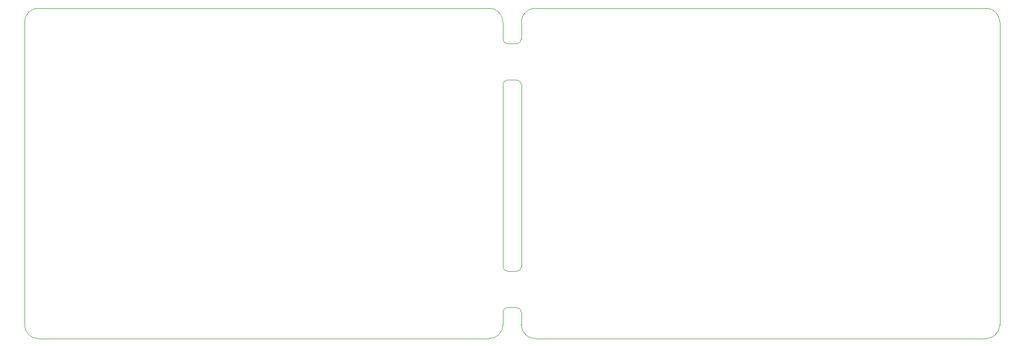
<source format=gbr>
G04 #@! TF.GenerationSoftware,KiCad,Pcbnew,(5.1.4)-1*
G04 #@! TF.CreationDate,2021-01-21T10:19:28-05:00*
G04 #@! TF.ProjectId,macropad,6d616372-6f70-4616-942e-6b696361645f,rev?*
G04 #@! TF.SameCoordinates,Original*
G04 #@! TF.FileFunction,Profile,NP*
%FSLAX46Y46*%
G04 Gerber Fmt 4.6, Leading zero omitted, Abs format (unit mm)*
G04 Created by KiCad (PCBNEW (5.1.4)-1) date 2021-01-21 10:19:28*
%MOMM*%
%LPD*%
G04 APERTURE LIST*
%ADD10C,0.050000*%
G04 APERTURE END LIST*
D10*
X199231250Y-53975000D02*
X271462500Y-53975000D01*
X271462500Y-111125000D02*
X199231250Y-111125000D01*
X107950000Y-111125000D02*
X185737500Y-111125000D01*
X107950000Y-53975000D02*
X185737500Y-53975000D01*
X188118750Y-108743750D02*
X188118750Y-106553000D01*
X191293750Y-106553000D02*
X191293750Y-108743750D01*
X191293750Y-98679000D02*
X191293750Y-67183000D01*
X188118750Y-67183000D02*
X188118750Y-98679000D01*
X188118750Y-59309000D02*
X188118750Y-56356250D01*
X191293750Y-56356250D02*
X191293750Y-59309000D01*
X191293750Y-59309000D02*
G75*
G02X190500000Y-60102750I-793750J0D01*
G01*
X190500000Y-66389250D02*
X188912500Y-66389250D01*
X188912500Y-60102750D02*
G75*
G02X188118750Y-59309000I0J793750D01*
G01*
X188912500Y-60102750D02*
X190500000Y-60102750D01*
X190500000Y-66389250D02*
G75*
G02X191293750Y-67183000I0J-793750D01*
G01*
X188118750Y-67183000D02*
G75*
G02X188912500Y-66389250I793750J0D01*
G01*
X188912500Y-99472750D02*
X190500000Y-99472750D01*
X188912500Y-99472750D02*
G75*
G02X188118750Y-98679000I0J793750D01*
G01*
X191293750Y-98679000D02*
G75*
G02X190500000Y-99472750I-793750J0D01*
G01*
X190500000Y-105759250D02*
X188912500Y-105759250D01*
X190500000Y-105759250D02*
G75*
G02X191293750Y-106553000I0J-793750D01*
G01*
X188118750Y-106553000D02*
G75*
G02X188912500Y-105759250I793750J0D01*
G01*
X191293750Y-56356250D02*
G75*
G02X193675000Y-53975000I2381250J0D01*
G01*
X193675000Y-53975000D02*
X199231250Y-53975000D01*
X271462500Y-53975000D02*
G75*
G02X273843750Y-56356250I0J-2381250D01*
G01*
X273843750Y-108743750D02*
G75*
G02X271462500Y-111125000I-2381250J0D01*
G01*
X273843750Y-56356250D02*
X273843750Y-108743750D01*
X193675000Y-111125000D02*
G75*
G02X191293750Y-108743750I0J2381250D01*
G01*
X193675000Y-111125000D02*
X199231250Y-111125000D01*
X105568750Y-56356250D02*
X105568750Y-108743750D01*
X182562500Y-53975000D02*
X111125000Y-53975000D01*
X188118750Y-108743750D02*
G75*
G02X185737500Y-111125000I-2381250J0D01*
G01*
X107950000Y-111125000D02*
G75*
G02X105568750Y-108743750I0J2381250D01*
G01*
X105568750Y-56356250D02*
G75*
G02X107950000Y-53975000I2381250J0D01*
G01*
X185737500Y-53975000D02*
G75*
G02X188118750Y-56356250I0J-2381250D01*
G01*
M02*

</source>
